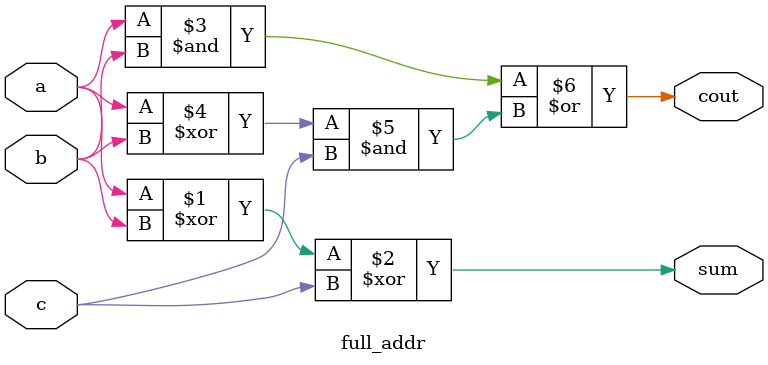
<source format=sv>

module full_addr(
  input logic a,b,c,
  output logic sum,cout);
  
  assign sum =a^b^c;
  assign cout =(a&b)|(a^b)&c;
  
endmodule 

</source>
